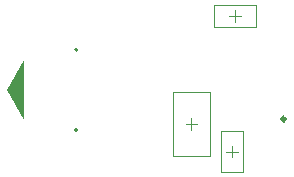
<source format=gbr>
%TF.GenerationSoftware,Altium Limited,Altium Designer,22.10.1 (41)*%
G04 Layer_Color=32768*
%FSLAX45Y45*%
%MOMM*%
%TF.SameCoordinates,7C4CEE53-0205-4E42-98F0-91463D168F18*%
%TF.FilePolarity,Positive*%
%TF.FileFunction,Other,Mechanical_15*%
%TF.Part,Single*%
G01*
G75*
%TA.AperFunction,NonConductor*%
%ADD32C,0.20000*%
%ADD40C,0.10000*%
%ADD42C,0.30000*%
%ADD43C,0.05000*%
G36*
X178557Y1108179D02*
Y600179D01*
X38857Y854179D01*
X178557Y1108179D01*
D02*
G37*
D32*
X633407Y1194184D02*
G03*
X633407Y1194184I-10008J0D01*
G01*
Y514175D02*
G03*
X633407Y514175I-10008J0D01*
G01*
D40*
X1793500Y1383280D02*
Y1573280D01*
X2143500Y1383280D02*
Y1573280D01*
X1793500D02*
X2143500D01*
X1793500Y1383280D02*
X2143500D01*
X1918500Y1478280D02*
X2018500D01*
X1968500Y1428280D02*
Y1528280D01*
X1848100Y157740D02*
X2038100D01*
X1848100Y507740D02*
X2038100D01*
X1848100Y157740D02*
Y507740D01*
X2038100Y157740D02*
Y507740D01*
X1943100Y282740D02*
Y382740D01*
X1893100Y332740D02*
X1993100D01*
X1550200Y566420D02*
X1650200D01*
X1600200Y516420D02*
Y616420D01*
D42*
X2394995Y607492D02*
G03*
X2394995Y607492I-15011J0D01*
G01*
D43*
X1760200Y294420D02*
Y838420D01*
X1440200Y294420D02*
Y838420D01*
X1760200D01*
X1440200Y294420D02*
X1760200D01*
%TF.MD5,a7ca416cdc20c4a63eccbdc29f85cec0*%
M02*

</source>
